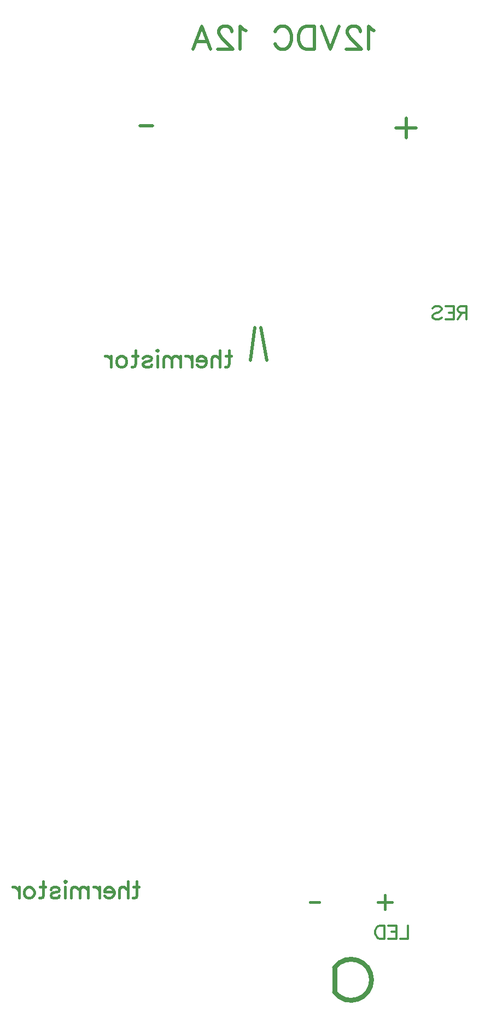
<source format=gbr>
G04 DipTrace 2.3.1.0*
%INBottomSilk.gbr*%
%MOIN*%
%ADD20C,0.02*%
%ADD23C,0.03*%
%ADD32C,0.0216*%
%ADD36C,0.0154*%
%ADD37C,0.0124*%
%FSLAX44Y44*%
G04*
G70*
G90*
G75*
G01*
%LNBotSilk*%
%LPD*%
X51869Y7122D2*
D23*
G02X51869Y5622I1000J-750D01*
G01*
Y7122D2*
Y5622D1*
X46744Y44122D2*
D20*
X46994Y46122D1*
X47744Y44122D2*
X47369Y46122D1*
X54264Y64236D2*
D32*
X54129Y64304D1*
X53928Y64504D1*
Y63099D1*
X53428Y64169D2*
Y64236D1*
X53361Y64371D1*
X53295Y64437D1*
X53160Y64504D1*
X52892D1*
X52759Y64437D1*
X52693Y64371D1*
X52625Y64236D1*
Y64103D1*
X52693Y63968D1*
X52826Y63769D1*
X53496Y63099D1*
X52558D1*
X52126Y64505D2*
X51590Y63099D1*
X51055Y64505D1*
X50623D2*
Y63099D1*
X50154D1*
X49953Y63167D1*
X49818Y63300D1*
X49751Y63434D1*
X49685Y63634D1*
Y63970D1*
X49751Y64171D1*
X49818Y64304D1*
X49953Y64439D1*
X50154Y64505D1*
X50623D1*
X48248Y64171D2*
X48315Y64304D1*
X48449Y64439D1*
X48582Y64505D1*
X48850D1*
X48985Y64439D1*
X49118Y64304D1*
X49186Y64171D1*
X49252Y63970D1*
Y63634D1*
X49186Y63434D1*
X49118Y63300D1*
X48985Y63167D1*
X48850Y63099D1*
X48582D1*
X48449Y63167D1*
X48315Y63300D1*
X48248Y63434D1*
X46455Y64236D2*
X46320Y64304D1*
X46119Y64504D1*
Y63099D1*
X45619Y64169D2*
Y64236D1*
X45552Y64371D1*
X45486Y64437D1*
X45351Y64504D1*
X45083D1*
X44950Y64437D1*
X44884Y64371D1*
X44816Y64236D1*
Y64103D1*
X44884Y63968D1*
X45017Y63769D1*
X45687Y63099D1*
X44749D1*
X43244D2*
X43781Y64505D1*
X44317Y63099D1*
X44116Y63568D2*
X43446D1*
X40768Y58426D2*
X39994D1*
X56223Y58904D2*
Y57698D1*
X56825Y58300D2*
X55619D1*
X54925Y11538D2*
D36*
Y10677D1*
X55355Y11107D2*
X54494D1*
X50922D2*
X50369D1*
X56340Y9678D2*
D37*
Y8874D1*
X55881D1*
X55137Y9678D2*
X55634D1*
Y8874D1*
X55137D1*
X55634Y9295D2*
X55328D1*
X54890Y9678D2*
Y8874D1*
X54622D1*
X54507Y8913D1*
X54430Y8989D1*
X54392Y9066D1*
X54354Y9180D1*
Y9372D1*
X54392Y9487D1*
X54430Y9563D1*
X54507Y9640D1*
X54622Y9678D1*
X54890D1*
X59917Y47045D2*
X59573D1*
X59458Y47084D1*
X59419Y47122D1*
X59381Y47198D1*
Y47275D1*
X59419Y47351D1*
X59458Y47390D1*
X59573Y47428D1*
X59917D1*
Y46624D1*
X59649Y47045D2*
X59381Y46624D1*
X58637Y47428D2*
X59134D1*
Y46624D1*
X58637D1*
X59134Y47045D2*
X58828D1*
X57854Y47313D2*
X57930Y47390D1*
X58045Y47428D1*
X58198D1*
X58313Y47390D1*
X58390Y47313D1*
Y47237D1*
X58351Y47160D1*
X58313Y47122D1*
X58237Y47084D1*
X58007Y47007D1*
X57930Y46969D1*
X57892Y46930D1*
X57854Y46854D1*
Y46739D1*
X57930Y46663D1*
X58045Y46624D1*
X58198D1*
X58313Y46663D1*
X58390Y46739D1*
X45435Y44735D2*
D36*
Y43922D1*
X45387Y43779D1*
X45291Y43730D1*
X45196D1*
X45578Y44400D2*
X45244D1*
X44887Y44735D2*
Y43730D1*
Y44209D2*
X44743Y44353D1*
X44647Y44400D1*
X44504D1*
X44409Y44353D1*
X44361Y44209D1*
Y43730D1*
X44052Y44113D2*
X43479D1*
Y44209D1*
X43526Y44305D1*
X43574Y44353D1*
X43670Y44400D1*
X43813D1*
X43909Y44353D1*
X44005Y44256D1*
X44052Y44113D1*
Y44018D1*
X44005Y43874D1*
X43909Y43779D1*
X43813Y43730D1*
X43670D1*
X43574Y43779D1*
X43479Y43874D1*
X43170Y44400D2*
Y43730D1*
Y44113D2*
X43121Y44256D1*
X43026Y44353D1*
X42930Y44400D1*
X42786D1*
X42477D2*
Y43730D1*
Y44209D2*
X42334Y44353D1*
X42238Y44400D1*
X42095D1*
X41999Y44353D1*
X41951Y44209D1*
Y43730D1*
Y44209D2*
X41808Y44353D1*
X41711Y44400D1*
X41569D1*
X41473Y44353D1*
X41424Y44209D1*
Y43730D1*
X41115Y44735D2*
X41068Y44688D1*
X41019Y44735D1*
X41068Y44784D1*
X41115Y44735D1*
X41068Y44400D2*
Y43730D1*
X40184Y44256D2*
X40232Y44353D1*
X40375Y44400D1*
X40519D1*
X40663Y44353D1*
X40710Y44256D1*
X40663Y44161D1*
X40567Y44113D1*
X40328Y44065D1*
X40232Y44018D1*
X40184Y43922D1*
Y43874D1*
X40232Y43779D1*
X40375Y43730D1*
X40519D1*
X40663Y43779D1*
X40710Y43874D1*
X39732Y44735D2*
Y43922D1*
X39684Y43779D1*
X39588Y43730D1*
X39493D1*
X39875Y44400D2*
X39540D1*
X38945D2*
X39040Y44353D1*
X39136Y44256D1*
X39184Y44113D1*
Y44018D1*
X39136Y43874D1*
X39040Y43779D1*
X38945Y43730D1*
X38802D1*
X38705Y43779D1*
X38610Y43874D1*
X38562Y44018D1*
Y44113D1*
X38610Y44256D1*
X38705Y44353D1*
X38802Y44400D1*
X38945D1*
X38253D2*
Y43730D1*
Y44113D2*
X38204Y44256D1*
X38109Y44353D1*
X38013Y44400D1*
X37869D1*
X39810Y12360D2*
Y11547D1*
X39762Y11404D1*
X39666Y11355D1*
X39571D1*
X39953Y12025D2*
X39619D1*
X39262Y12360D2*
Y11355D1*
Y11834D2*
X39118Y11978D1*
X39022Y12025D1*
X38879D1*
X38784Y11978D1*
X38736Y11834D1*
Y11355D1*
X38427Y11738D2*
X37854D1*
Y11834D1*
X37901Y11930D1*
X37949Y11978D1*
X38045Y12025D1*
X38188D1*
X38284Y11978D1*
X38380Y11881D1*
X38427Y11738D1*
Y11643D1*
X38380Y11499D1*
X38284Y11404D1*
X38188Y11355D1*
X38045D1*
X37949Y11404D1*
X37854Y11499D1*
X37545Y12025D2*
Y11355D1*
Y11738D2*
X37496Y11881D1*
X37401Y11978D1*
X37305Y12025D1*
X37161D1*
X36852D2*
Y11355D1*
Y11834D2*
X36709Y11978D1*
X36613Y12025D1*
X36470D1*
X36374Y11978D1*
X36326Y11834D1*
Y11355D1*
Y11834D2*
X36183Y11978D1*
X36086Y12025D1*
X35944D1*
X35848Y11978D1*
X35799Y11834D1*
Y11355D1*
X35490Y12360D2*
X35443Y12313D1*
X35394Y12360D1*
X35443Y12409D1*
X35490Y12360D1*
X35443Y12025D2*
Y11355D1*
X34559Y11881D2*
X34607Y11978D1*
X34750Y12025D1*
X34894D1*
X35038Y11978D1*
X35085Y11881D1*
X35038Y11786D1*
X34942Y11738D1*
X34703Y11690D1*
X34607Y11643D1*
X34559Y11547D1*
Y11499D1*
X34607Y11404D1*
X34750Y11355D1*
X34894D1*
X35038Y11404D1*
X35085Y11499D1*
X34107Y12360D2*
Y11547D1*
X34059Y11404D1*
X33963Y11355D1*
X33868D1*
X34250Y12025D2*
X33915D1*
X33320D2*
X33415Y11978D1*
X33511Y11881D1*
X33559Y11738D1*
Y11643D1*
X33511Y11499D1*
X33415Y11404D1*
X33320Y11355D1*
X33177D1*
X33080Y11404D1*
X32985Y11499D1*
X32937Y11643D1*
Y11738D1*
X32985Y11881D1*
X33080Y11978D1*
X33177Y12025D1*
X33320D1*
X32628D2*
Y11355D1*
Y11738D2*
X32579Y11881D1*
X32484Y11978D1*
X32388Y12025D1*
X32244D1*
M02*

</source>
